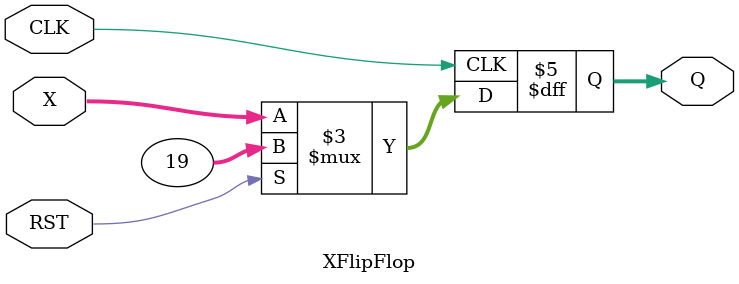
<source format=v>
`timescale 1ns / 1ps


module DFlipFlop #(parameter WL = 32)
    (input CLK, RST,
    input [WL-1:0] D,
    output reg [WL-1:0] Q);
    
    always @(posedge CLK) begin
        if(RST)
            Q <= 0;
        else
            Q <= D;
    end
endmodule

module XFlipFlop #(parameter WL = 32)
    (input CLK, RST,
    input [WL-1:0] X,
    output reg [WL-1:0] Q);
    
    always @(posedge CLK) begin
        if(RST)
            Q <= 'b0000010011;
        else
            Q <= X;
    end
endmodule

</source>
